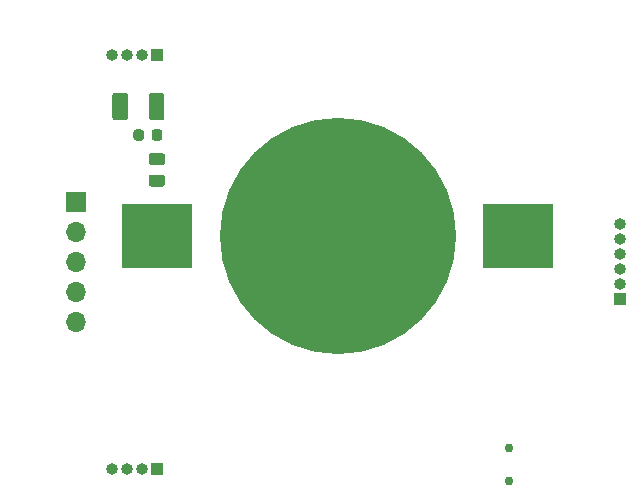
<source format=gbs>
%TF.GenerationSoftware,KiCad,Pcbnew,(5.1.8)-1*%
%TF.CreationDate,2021-05-19T16:17:09+03:00*%
%TF.ProjectId,Thermometer,54686572-6d6f-46d6-9574-65722e6b6963,rev?*%
%TF.SameCoordinates,Original*%
%TF.FileFunction,Soldermask,Bot*%
%TF.FilePolarity,Negative*%
%FSLAX46Y46*%
G04 Gerber Fmt 4.6, Leading zero omitted, Abs format (unit mm)*
G04 Created by KiCad (PCBNEW (5.1.8)-1) date 2021-05-19 16:17:09*
%MOMM*%
%LPD*%
G01*
G04 APERTURE LIST*
%ADD10R,6.000000X5.500000*%
%ADD11C,20.000000*%
%ADD12R,1.700000X1.700000*%
%ADD13O,1.700000X1.700000*%
%ADD14O,1.000000X1.000000*%
%ADD15R,1.000000X1.000000*%
%ADD16C,0.750000*%
G04 APERTURE END LIST*
D10*
%TO.C,BT1*%
X97485200Y-82575400D03*
X128085200Y-82575400D03*
D11*
X112785200Y-82575400D03*
%TD*%
%TO.C,C1*%
G36*
G01*
X96398200Y-73816400D02*
X96398200Y-74316400D01*
G75*
G02*
X96173200Y-74541400I-225000J0D01*
G01*
X95723200Y-74541400D01*
G75*
G02*
X95498200Y-74316400I0J225000D01*
G01*
X95498200Y-73816400D01*
G75*
G02*
X95723200Y-73591400I225000J0D01*
G01*
X96173200Y-73591400D01*
G75*
G02*
X96398200Y-73816400I0J-225000D01*
G01*
G37*
G36*
G01*
X97948200Y-73816400D02*
X97948200Y-74316400D01*
G75*
G02*
X97723200Y-74541400I-225000J0D01*
G01*
X97273200Y-74541400D01*
G75*
G02*
X97048200Y-74316400I0J225000D01*
G01*
X97048200Y-73816400D01*
G75*
G02*
X97273200Y-73591400I225000J0D01*
G01*
X97723200Y-73591400D01*
G75*
G02*
X97948200Y-73816400I0J-225000D01*
G01*
G37*
%TD*%
D12*
%TO.C,J1*%
X90678000Y-79756000D03*
D13*
X90678000Y-82296000D03*
X90678000Y-84836000D03*
X90678000Y-87376000D03*
X90678000Y-89916000D03*
%TD*%
D14*
%TO.C,J2*%
X93649800Y-102362000D03*
X94919800Y-102362000D03*
X96189800Y-102362000D03*
D15*
X97459800Y-102362000D03*
%TD*%
%TO.C,J3*%
X97459800Y-67259200D03*
D14*
X96189800Y-67259200D03*
X94919800Y-67259200D03*
X93649800Y-67259200D03*
%TD*%
D15*
%TO.C,J4*%
X136702800Y-87985600D03*
D14*
X136702800Y-86715600D03*
X136702800Y-85445600D03*
X136702800Y-84175600D03*
X136702800Y-82905600D03*
X136702800Y-81635600D03*
%TD*%
%TO.C,R1*%
G36*
G01*
X97035199Y-77410900D02*
X97935201Y-77410900D01*
G75*
G02*
X98185200Y-77660899I0J-249999D01*
G01*
X98185200Y-78185901D01*
G75*
G02*
X97935201Y-78435900I-249999J0D01*
G01*
X97035199Y-78435900D01*
G75*
G02*
X96785200Y-78185901I0J249999D01*
G01*
X96785200Y-77660899D01*
G75*
G02*
X97035199Y-77410900I249999J0D01*
G01*
G37*
G36*
G01*
X97035199Y-75585900D02*
X97935201Y-75585900D01*
G75*
G02*
X98185200Y-75835899I0J-249999D01*
G01*
X98185200Y-76360901D01*
G75*
G02*
X97935201Y-76610900I-249999J0D01*
G01*
X97035199Y-76610900D01*
G75*
G02*
X96785200Y-76360901I0J249999D01*
G01*
X96785200Y-75835899D01*
G75*
G02*
X97035199Y-75585900I249999J0D01*
G01*
G37*
%TD*%
D16*
%TO.C,SW1*%
X127279400Y-100580600D03*
X127279400Y-103330600D03*
%TD*%
%TO.C,C2*%
G36*
G01*
X98123900Y-70728399D02*
X98123900Y-72578401D01*
G75*
G02*
X97873901Y-72828400I-249999J0D01*
G01*
X97048899Y-72828400D01*
G75*
G02*
X96798900Y-72578401I0J249999D01*
G01*
X96798900Y-70728399D01*
G75*
G02*
X97048899Y-70478400I249999J0D01*
G01*
X97873901Y-70478400D01*
G75*
G02*
X98123900Y-70728399I0J-249999D01*
G01*
G37*
G36*
G01*
X95048900Y-70728399D02*
X95048900Y-72578401D01*
G75*
G02*
X94798901Y-72828400I-249999J0D01*
G01*
X93973899Y-72828400D01*
G75*
G02*
X93723900Y-72578401I0J249999D01*
G01*
X93723900Y-70728399D01*
G75*
G02*
X93973899Y-70478400I249999J0D01*
G01*
X94798901Y-70478400D01*
G75*
G02*
X95048900Y-70728399I0J-249999D01*
G01*
G37*
%TD*%
M02*

</source>
